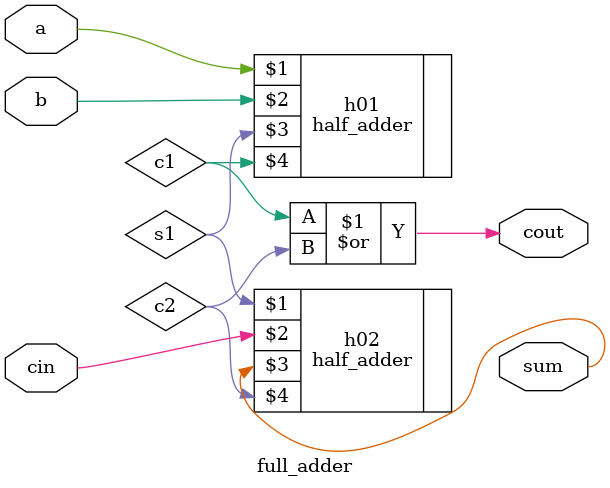
<source format=v>
module full_adder(
	input a,b,cin,
	output sum,cout
);

wire s1,c1,s2,c2;

half_adder h01(a,b,s1,c1);

half_adder h02(s1,cin,sum,c2);

or(cout,c1,c2);

endmodule

</source>
